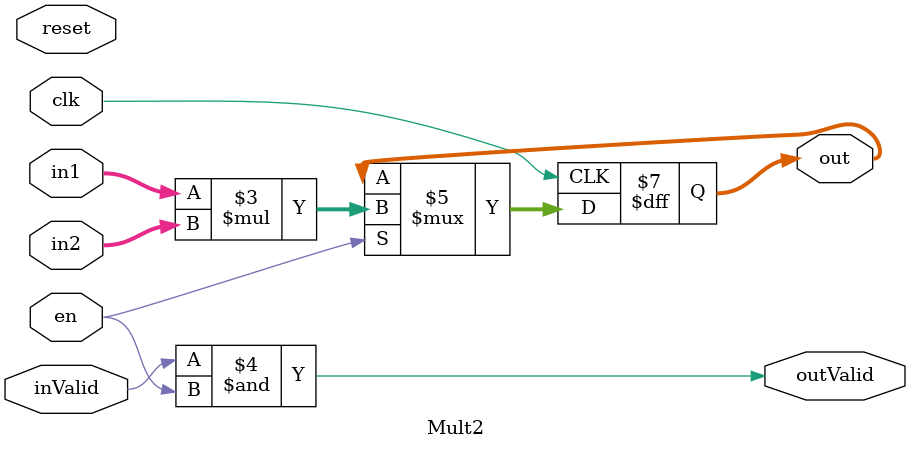
<source format=sv>
module Mult2(in1, in2, inValid, en, clk, reset, out, outValid);
    input [7 : 0] in1, in2;
    input inValid, clk, en, reset;
    output reg [15 : 0] out;
    output reg outValid;

    always @(posedge clk)begin
        if(en == 1) begin
            out  <= in1 * in2;
        end
    end

    assign outValid = inValid & en;
endmodule
</source>
